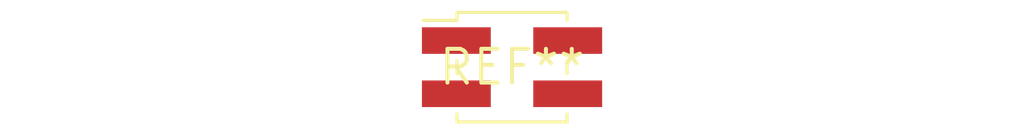
<source format=kicad_pcb>
(kicad_pcb (version 20240108) (generator pcbnew)
  (layers (0 "F.Cu" signal) (31 "B.Cu" signal) (34 "B.Paste" user) (35 "F.Paste" user) (36 "B.SilkS" user "B.Silkscreen") (37 "F.SilkS" user "F.Silkscreen") (38 "B.Mask" user) (39 "F.Mask" user) (44 "Edge.Cuts" user))
  (net 0 "")
  (footprint "PinHeader_2x02_P2.00mm_Vertical_SMD" (layer "F.Cu") (at 0 0)
    (property "Reference" "REF**")
    (property "Value" "PinHeader_2x02_P2.00mm_Vertical_SMD")
    (fp_line (start -3.315 -1.76) (end -2.06 -1.76) (layer "F.SilkS") (stroke (width 0.12)))
    (fp_line (start -2.06 -2.06) (end -2.06 -1.76) (layer "F.SilkS") (stroke (width 0.12)))
    (fp_line (start -2.06 -2.06) (end 2.06 -2.06) (layer "F.SilkS") (stroke (width 0.12)))
    (fp_line (start -2.06 -0.24) (end -2.06 0.24) (layer "F.SilkS") (stroke (width 0.12)))
    (fp_line (start -2.06 1.76) (end -2.06 2.06) (layer "F.SilkS") (stroke (width 0.12)))
    (fp_line (start -2.06 2.06) (end 2.06 2.06) (layer "F.SilkS") (stroke (width 0.12)))
    (fp_line (start 2.06 -2.06) (end 2.06 -1.76) (layer "F.SilkS") (stroke (width 0.12)))
    (fp_line (start 2.06 -0.24) (end 2.06 0.24) (layer "F.SilkS") (stroke (width 0.12)))
    (fp_line (start 2.06 1.76) (end 2.06 2.06) (layer "F.SilkS") (stroke (width 0.12)))
    (pad "1" smd rect (at -2.085 -1) (size 2.58 1) (layers "F.Cu" "F.Paste" "F.Mask"))
    (pad "2" smd rect (at 2.085 -1) (size 2.58 1) (layers "F.Cu" "F.Paste" "F.Mask"))
    (pad "3" smd rect (at -2.085 1) (size 2.58 1) (layers "F.Cu" "F.Paste" "F.Mask"))
    (pad "4" smd rect (at 2.085 1) (size 2.58 1) (layers "F.Cu" "F.Paste" "F.Mask"))
  )
)
</source>
